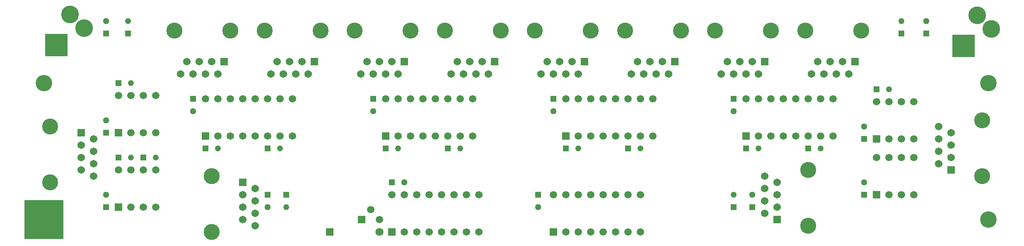
<source format=gts>
%TF.GenerationSoftware,KiCad,Pcbnew,(5.0.0-rc2-83-gda392728d)*%
%TF.CreationDate,2018-06-05T23:32:54-04:00*%
%TF.ProjectId,I&O_Epander,49264F5F4570616E6465722E6B696361,1.0.2*%
%TF.SameCoordinates,Original*%
%TF.FileFunction,Soldermask,Top*%
%TF.FilePolarity,Negative*%
%FSLAX46Y46*%
G04 Gerber Fmt 4.6, Leading zero omitted, Abs format (unit mm)*
G04 Created by KiCad (PCBNEW (5.0.0-rc2-83-gda392728d)) date 06/05/18 23:32:54*
%MOMM*%
%LPD*%
G01*
G04 APERTURE LIST*
%ADD10C,1.221600*%
%ADD11R,1.221600X1.221600*%
%ADD12C,1.501600*%
%ADD13R,1.501600X1.501600*%
%ADD14C,1.300480*%
%ADD15R,1.221740X1.221740*%
%ADD16C,1.511600*%
%ADD17R,1.511600X1.511600*%
%ADD18C,3.361600*%
%ADD19C,3.601600*%
%ADD20R,4.601600X4.601600*%
%ADD21C,3.271600*%
%ADD22C,1.541600*%
%ADD23R,1.541600X1.541600*%
%ADD24R,0.863600X0.863600*%
%ADD25R,8.041600X8.041600*%
%ADD26R,1.631600X1.631600*%
%ADD27C,1.631600*%
%ADD28R,1.209040X1.209040*%
%ADD29C,1.209040*%
G04 APERTURE END LIST*
D10*
%TO.C,C11*%
X60325000Y-93980000D03*
D11*
X60325000Y-96520000D03*
%TD*%
D12*
%TO.C,U6*%
X186690000Y-109855000D03*
X189230000Y-109855000D03*
X191770000Y-109855000D03*
X194310000Y-109855000D03*
X196850000Y-109855000D03*
X199390000Y-109855000D03*
X201930000Y-109855000D03*
X204470000Y-109855000D03*
X204470000Y-117475000D03*
X201930000Y-117475000D03*
X199390000Y-117475000D03*
X196850000Y-117475000D03*
X194310000Y-117475000D03*
X191770000Y-117475000D03*
X189230000Y-117475000D03*
D13*
X186690000Y-117475000D03*
%TD*%
D12*
%TO.C,U5*%
X149860000Y-109855000D03*
X152400000Y-109855000D03*
X154940000Y-109855000D03*
X157480000Y-109855000D03*
X160020000Y-109855000D03*
X162560000Y-109855000D03*
X165100000Y-109855000D03*
X167640000Y-109855000D03*
X167640000Y-117475000D03*
X165100000Y-117475000D03*
X162560000Y-117475000D03*
X160020000Y-117475000D03*
X157480000Y-117475000D03*
X154940000Y-117475000D03*
X152400000Y-117475000D03*
D13*
X149860000Y-117475000D03*
%TD*%
D12*
%TO.C,U4*%
X113030000Y-109855000D03*
X115570000Y-109855000D03*
X118110000Y-109855000D03*
X120650000Y-109855000D03*
X123190000Y-109855000D03*
X125730000Y-109855000D03*
X128270000Y-109855000D03*
X130810000Y-109855000D03*
X130810000Y-117475000D03*
X128270000Y-117475000D03*
X125730000Y-117475000D03*
X123190000Y-117475000D03*
X120650000Y-117475000D03*
X118110000Y-117475000D03*
X115570000Y-117475000D03*
D13*
X113030000Y-117475000D03*
%TD*%
D12*
%TO.C,U3*%
X76200000Y-109855000D03*
X78740000Y-109855000D03*
X81280000Y-109855000D03*
X83820000Y-109855000D03*
X86360000Y-109855000D03*
X88900000Y-109855000D03*
X91440000Y-109855000D03*
X93980000Y-109855000D03*
X93980000Y-117475000D03*
X91440000Y-117475000D03*
X88900000Y-117475000D03*
X86360000Y-117475000D03*
X83820000Y-117475000D03*
X81280000Y-117475000D03*
X78740000Y-117475000D03*
D13*
X76200000Y-117475000D03*
%TD*%
D12*
%TO.C,U2*%
X114300000Y-129540000D03*
X116840000Y-129540000D03*
X119380000Y-129540000D03*
X121920000Y-129540000D03*
X124460000Y-129540000D03*
X127000000Y-129540000D03*
X129540000Y-129540000D03*
X132080000Y-129540000D03*
X132080000Y-137160000D03*
X129540000Y-137160000D03*
X127000000Y-137160000D03*
X124460000Y-137160000D03*
X121920000Y-137160000D03*
X119380000Y-137160000D03*
X116840000Y-137160000D03*
D13*
X114300000Y-137160000D03*
%TD*%
D12*
%TO.C,U1*%
X147320000Y-129540000D03*
X149860000Y-129540000D03*
X152400000Y-129540000D03*
X154940000Y-129540000D03*
X157480000Y-129540000D03*
X160020000Y-129540000D03*
X162560000Y-129540000D03*
X165100000Y-129540000D03*
X165100000Y-137160000D03*
X162560000Y-137160000D03*
X160020000Y-137160000D03*
X157480000Y-137160000D03*
X154940000Y-137160000D03*
X152400000Y-137160000D03*
X149860000Y-137160000D03*
D13*
X147320000Y-137160000D03*
%TD*%
D12*
%TO.C,U10*%
X213360000Y-110490000D03*
X215900000Y-110490000D03*
X218440000Y-110490000D03*
X220980000Y-110490000D03*
X220980000Y-118110000D03*
X218440000Y-118110000D03*
X215900000Y-118110000D03*
D13*
X213360000Y-118110000D03*
%TD*%
D12*
%TO.C,U9*%
X213360000Y-121920000D03*
X215900000Y-121920000D03*
X218440000Y-121920000D03*
X220980000Y-121920000D03*
X220980000Y-129540000D03*
X218440000Y-129540000D03*
X215900000Y-129540000D03*
D13*
X213360000Y-129540000D03*
%TD*%
D12*
%TO.C,U8*%
X58420000Y-109220000D03*
X60960000Y-109220000D03*
X63500000Y-109220000D03*
X66040000Y-109220000D03*
X66040000Y-116840000D03*
X63500000Y-116840000D03*
X60960000Y-116840000D03*
D13*
X58420000Y-116840000D03*
%TD*%
D12*
%TO.C,U7*%
X58420000Y-124460000D03*
X60960000Y-124460000D03*
X63500000Y-124460000D03*
X66040000Y-124460000D03*
X66040000Y-132080000D03*
X63500000Y-132080000D03*
X60960000Y-132080000D03*
D13*
X58420000Y-132080000D03*
%TD*%
D14*
%TO.C,C17*%
X187960000Y-129540000D03*
D15*
X187960000Y-132080000D03*
%TD*%
D14*
%TO.C,C15*%
X223520000Y-93980000D03*
D15*
X223520000Y-96520000D03*
%TD*%
D14*
%TO.C,C14*%
X88900000Y-132080000D03*
D15*
X88900000Y-129540000D03*
%TD*%
D14*
%TO.C,C12*%
X55880000Y-93980000D03*
D15*
X55880000Y-96520000D03*
%TD*%
D14*
%TO.C,C10*%
X210820000Y-115570000D03*
D15*
X210820000Y-118110000D03*
%TD*%
D14*
%TO.C,C9*%
X210820000Y-127000000D03*
D15*
X210820000Y-129540000D03*
%TD*%
D14*
%TO.C,C8*%
X55880000Y-114300000D03*
D15*
X55880000Y-116840000D03*
%TD*%
D14*
%TO.C,C7*%
X55880000Y-129540000D03*
D15*
X55880000Y-132080000D03*
%TD*%
D14*
%TO.C,C6*%
X184150000Y-112395000D03*
D15*
X184150000Y-109855000D03*
%TD*%
D14*
%TO.C,C5*%
X147320000Y-112395000D03*
D15*
X147320000Y-109855000D03*
%TD*%
D14*
%TO.C,C4*%
X110490000Y-112395000D03*
D15*
X110490000Y-109855000D03*
%TD*%
D14*
%TO.C,C3*%
X73660000Y-112395000D03*
D15*
X73660000Y-109855000D03*
%TD*%
D14*
%TO.C,C2*%
X116840000Y-127000000D03*
D15*
X114300000Y-127000000D03*
%TD*%
D14*
%TO.C,C1*%
X144145000Y-132080000D03*
D15*
X144145000Y-129540000D03*
%TD*%
D10*
%TO.C,C18*%
X184150000Y-129540000D03*
D11*
X184150000Y-132080000D03*
%TD*%
D10*
%TO.C,C16*%
X218440000Y-93980000D03*
D11*
X218440000Y-96520000D03*
%TD*%
D10*
%TO.C,C13*%
X92710000Y-132080000D03*
D11*
X92710000Y-129540000D03*
%TD*%
D16*
%TO.C,Q1*%
X111760000Y-134620000D03*
X109918500Y-132549750D03*
D17*
X108077000Y-134620000D03*
%TD*%
D18*
%TO.C,MH2*%
X236220000Y-134620000D03*
%TD*%
%TO.C,MH3*%
X236220000Y-106680000D03*
%TD*%
%TO.C,MH4*%
X43180000Y-106680000D03*
%TD*%
D19*
%TO.C,J12*%
X233940000Y-92760000D03*
X236740000Y-95560000D03*
D20*
X231140000Y-99060000D03*
%TD*%
D19*
%TO.C,J9*%
X48520000Y-92580000D03*
X51320000Y-95380000D03*
D20*
X45720000Y-98880000D03*
%TD*%
D21*
%TO.C,J3*%
X118105000Y-95885000D03*
X106675000Y-95885000D03*
D22*
X107950000Y-104775000D03*
X109220000Y-102235000D03*
X110490000Y-104775000D03*
X111760000Y-102235000D03*
X113030000Y-104775000D03*
X114300000Y-102235000D03*
X115570000Y-104775000D03*
D23*
X116840000Y-102235000D03*
%TD*%
D21*
%TO.C,J8*%
X210180000Y-95885000D03*
X198750000Y-95885000D03*
D22*
X200025000Y-104775000D03*
X201295000Y-102235000D03*
X202565000Y-104775000D03*
X203835000Y-102235000D03*
X205105000Y-104775000D03*
X206375000Y-102235000D03*
X207645000Y-104775000D03*
D23*
X208915000Y-102235000D03*
%TD*%
D21*
%TO.C,J14*%
X234950000Y-125725000D03*
X234950000Y-114295000D03*
D22*
X226060000Y-115570000D03*
X228600000Y-116840000D03*
X226060000Y-118110000D03*
X228600000Y-119380000D03*
X226060000Y-120650000D03*
X228600000Y-121920000D03*
X226060000Y-123190000D03*
D23*
X228600000Y-124460000D03*
%TD*%
D21*
%TO.C,J13*%
X199390000Y-135885000D03*
X199390000Y-124455000D03*
D22*
X190500000Y-125730000D03*
X193040000Y-127000000D03*
X190500000Y-128270000D03*
X193040000Y-129540000D03*
X190500000Y-130810000D03*
X193040000Y-132080000D03*
X190500000Y-133350000D03*
D23*
X193040000Y-134620000D03*
%TD*%
D21*
%TO.C,J11*%
X44450000Y-115575000D03*
X44450000Y-127005000D03*
D22*
X53340000Y-125730000D03*
X50800000Y-124460000D03*
X53340000Y-123190000D03*
X50800000Y-121920000D03*
X53340000Y-120650000D03*
X50800000Y-119380000D03*
X53340000Y-118110000D03*
D23*
X50800000Y-116840000D03*
%TD*%
D21*
%TO.C,J10*%
X77470000Y-125735000D03*
X77470000Y-137165000D03*
D22*
X86360000Y-135890000D03*
X83820000Y-134620000D03*
X86360000Y-133350000D03*
X83820000Y-132080000D03*
X86360000Y-130810000D03*
X83820000Y-129540000D03*
X86360000Y-128270000D03*
D23*
X83820000Y-127000000D03*
%TD*%
D21*
%TO.C,J7*%
X191765000Y-95885000D03*
X180335000Y-95885000D03*
D22*
X181610000Y-104775000D03*
X182880000Y-102235000D03*
X184150000Y-104775000D03*
X185420000Y-102235000D03*
X186690000Y-104775000D03*
X187960000Y-102235000D03*
X189230000Y-104775000D03*
D23*
X190500000Y-102235000D03*
%TD*%
D21*
%TO.C,J6*%
X173350000Y-95885000D03*
X161920000Y-95885000D03*
D22*
X163195000Y-104775000D03*
X164465000Y-102235000D03*
X165735000Y-104775000D03*
X167005000Y-102235000D03*
X168275000Y-104775000D03*
X169545000Y-102235000D03*
X170815000Y-104775000D03*
D23*
X172085000Y-102235000D03*
%TD*%
D21*
%TO.C,J5*%
X154935000Y-95885000D03*
X143505000Y-95885000D03*
D22*
X144780000Y-104775000D03*
X146050000Y-102235000D03*
X147320000Y-104775000D03*
X148590000Y-102235000D03*
X149860000Y-104775000D03*
X151130000Y-102235000D03*
X152400000Y-104775000D03*
D23*
X153670000Y-102235000D03*
%TD*%
D21*
%TO.C,J4*%
X136520000Y-95885000D03*
X125090000Y-95885000D03*
D22*
X126365000Y-104775000D03*
X127635000Y-102235000D03*
X128905000Y-104775000D03*
X130175000Y-102235000D03*
X131445000Y-104775000D03*
X132715000Y-102235000D03*
X133985000Y-104775000D03*
D23*
X135255000Y-102235000D03*
%TD*%
D21*
%TO.C,J2*%
X99690000Y-95885000D03*
X88260000Y-95885000D03*
D22*
X89535000Y-104775000D03*
X90805000Y-102235000D03*
X92075000Y-104775000D03*
X93345000Y-102235000D03*
X94615000Y-104775000D03*
X95885000Y-102235000D03*
X97155000Y-104775000D03*
D23*
X98425000Y-102235000D03*
%TD*%
D21*
%TO.C,J1*%
X81275000Y-95885000D03*
X69845000Y-95885000D03*
D22*
X71120000Y-104775000D03*
X72390000Y-102235000D03*
X73660000Y-104775000D03*
X74930000Y-102235000D03*
X76200000Y-104775000D03*
X77470000Y-102235000D03*
X78740000Y-104775000D03*
D23*
X80010000Y-102235000D03*
%TD*%
D24*
%TO.C,MH1*%
X39624000Y-138176000D03*
X39624000Y-134620000D03*
X39624000Y-131064000D03*
X43180000Y-131064000D03*
X46736000Y-131064000D03*
X46736000Y-134620000D03*
X46736000Y-138176000D03*
X43180000Y-138176000D03*
D25*
X43180000Y-134620000D03*
%TD*%
D26*
%TO.C,R1*%
X101600000Y-137160000D03*
D27*
X111760000Y-137160000D03*
%TD*%
D28*
%TO.C,R2*%
X58420000Y-121920000D03*
D29*
X60960000Y-121920000D03*
%TD*%
D28*
%TO.C,R3*%
X58420000Y-106680000D03*
D29*
X60960000Y-106680000D03*
%TD*%
D28*
%TO.C,R4*%
X63500000Y-121920000D03*
D29*
X66040000Y-121920000D03*
%TD*%
D28*
%TO.C,R5*%
X213360000Y-107950000D03*
D29*
X215900000Y-107950000D03*
%TD*%
D28*
%TO.C,R6*%
X76200000Y-120015000D03*
D29*
X78740000Y-120015000D03*
%TD*%
D28*
%TO.C,R7*%
X88900000Y-120015000D03*
D29*
X91440000Y-120015000D03*
%TD*%
D28*
%TO.C,R8*%
X113030000Y-120015000D03*
D29*
X115570000Y-120015000D03*
%TD*%
D28*
%TO.C,R9*%
X125730000Y-120015000D03*
D29*
X128270000Y-120015000D03*
%TD*%
D28*
%TO.C,R10*%
X149860000Y-120015000D03*
D29*
X152400000Y-120015000D03*
%TD*%
D28*
%TO.C,R11*%
X162560000Y-120015000D03*
D29*
X165100000Y-120015000D03*
%TD*%
D28*
%TO.C,R12*%
X186690000Y-120015000D03*
D29*
X189230000Y-120015000D03*
%TD*%
D28*
%TO.C,R13*%
X199390000Y-120015000D03*
D29*
X201930000Y-120015000D03*
%TD*%
M02*

</source>
